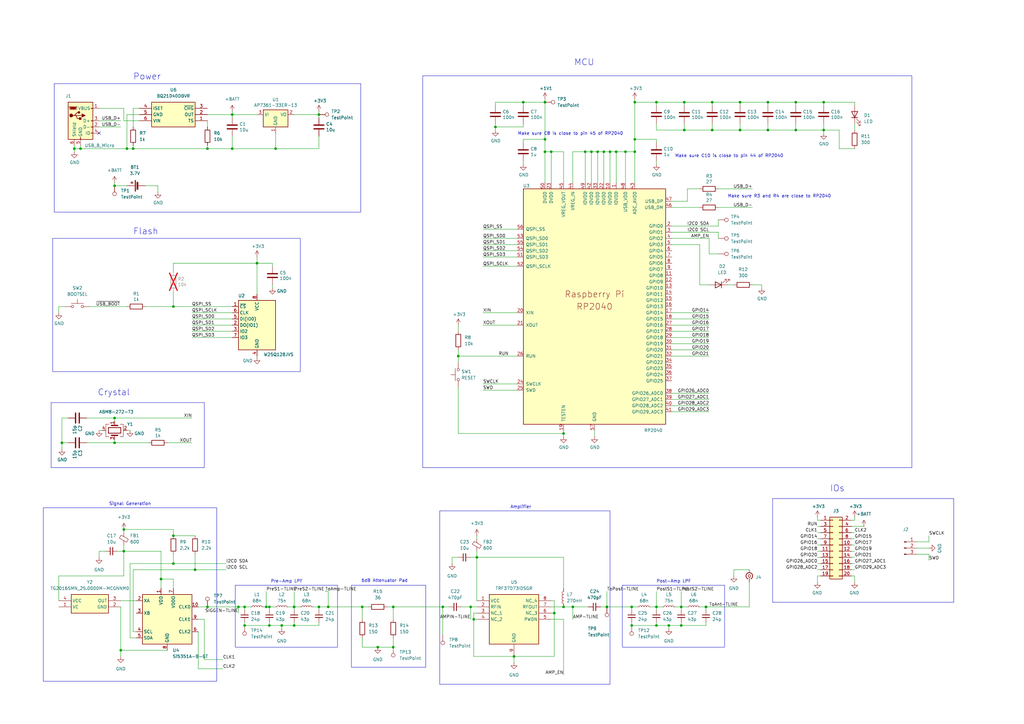
<source format=kicad_sch>
(kicad_sch (version 20231120) (generator "eeschema") (generator_version "8.0")
  (paper "A3")
  (title_block (title "PicoFox - RP2040 Minimal") (date "2025-06-09") (rev "REV2") (company "AI6YM.radio"))
  (junction (at 247.65 62.23))
  (junction (at 245.11 62.23))
  (junction (at 85.09 248.92))
  (junction (at 269.24 248.92))
  (junction (at 279.4 248.92))
  (junction (at 100.33 248.92))
  (junction (at 227.33 251.46))
  (junction (at 231.14 177.8))
  (junction (at 337.82 41.91))
  (junction (at 105.41 107.95))
  (junction (at 223.52 57.15))
  (junction (at 260.35 57.15))
  (junction (at 214.63 41.91))
  (junction (at 97.79 248.92))
  (junction (at 269.24 41.91))
  (junction (at 113.03 60.96))
  (junction (at 292.1 53.34))
  (junction (at 46.99 76.2))
  (junction (at 259.08 248.92))
  (junction (at 303.53 41.91))
  (junction (at 110.49 256.54))
  (junction (at 49.53 266.7))
  (junction (at 292.1 41.91))
  (junction (at 223.52 62.23))
  (junction (at 46.99 171.45))
  (junction (at 210.82 269.24))
  (junction (at 181.61 248.92))
  (junction (at 279.4 256.54))
  (junction (at 226.06 62.23))
  (junction (at 80.01 233.68))
  (junction (at 250.19 62.23))
  (junction (at 203.2 52.07))
  (junction (at 130.81 46.99))
  (junction (at 326.39 41.91))
  (junction (at 269.24 256.54))
  (junction (at 337.82 53.34))
  (junction (at 100.33 256.54))
  (junction (at 289.56 248.92))
  (junction (at 71.12 231.14))
  (junction (at 303.53 53.34))
  (junction (at 187.96 146.05))
  (junction (at 50.8 226.06))
  (junction (at 110.49 248.92))
  (junction (at 54.61 60.96))
  (junction (at 120.65 256.54))
  (junction (at 161.29 248.92))
  (junction (at 30.48 60.96))
  (junction (at 154.94 265.43))
  (junction (at 223.52 41.91))
  (junction (at 95.25 60.96))
  (junction (at 95.25 46.99))
  (junction (at 248.92 248.92))
  (junction (at 194.31 254))
  (junction (at 130.81 248.92))
  (junction (at 161.29 265.43))
  (junction (at 280.67 53.34))
  (junction (at 314.96 53.34))
  (junction (at 50.8 217.17))
  (junction (at 195.58 228.6))
  (junction (at 115.57 256.54))
  (junction (at 193.04 248.92))
  (junction (at 25.4 181.61))
  (junction (at 33.02 60.96))
  (junction (at 71.12 219.71))
  (junction (at 66.04 237.49))
  (junction (at 252.73 62.23))
  (junction (at 260.35 62.23))
  (junction (at 71.12 125.73))
  (junction (at 52.07 60.96))
  (junction (at 85.09 60.96))
  (junction (at 134.62 248.92))
  (junction (at 274.32 256.54))
  (junction (at 231.14 248.92))
  (junction (at 46.99 181.61))
  (junction (at 120.65 248.92))
  (junction (at 259.08 256.54))
  (junction (at 242.57 62.23))
  (junction (at 260.35 41.91))
  (junction (at 109.22 248.92))
  (junction (at 148.59 248.92))
  (junction (at 240.03 62.23))
  (junction (at 314.96 41.91))
  (junction (at 326.39 53.34))
  (junction (at 256.54 62.23))
  (junction (at 280.67 41.91))
  (junction (at 234.95 248.92))
  (no_connect (at 40.64 54.61))
  (wire (pts (xy 52.07 76.2) (xy 46.99 76.2)))
  (wire (pts (xy 223.52 62.23) (xy 223.52 74.93)))
  (wire (pts (xy 203.2 52.07) (xy 214.63 52.07)))
  (wire (pts (xy 55.88 259.08) (xy 54.61 259.08)))
  (wire (pts (xy 27.94 181.61) (xy 25.4 181.61)))
  (wire (pts (xy 281.94 77.47) (xy 281.94 82.55)))
  (wire (pts (xy 100.33 248.92) (xy 102.87 248.92)))
  (wire (pts (xy 307.34 233.68) (xy 300.99 233.68)))
  (wire (pts (xy 287.02 100.33) (xy 287.02 116.84)))
  (wire (pts (xy 66.04 226.06) (xy 50.8 226.06)))
  (wire (pts (xy 226.06 248.92) (xy 231.14 248.92)))
  (wire (pts (xy 292.1 41.91) (xy 303.53 41.91)))
  (wire (pts (xy 350.52 218.44) (xy 349.25 218.44)))
  (wire (pts (xy 252.73 62.23) (xy 256.54 62.23)))
  (wire (pts (xy 115.57 256.54) (xy 120.65 256.54)))
  (wire (pts (xy 71.12 227.33) (xy 71.12 231.14)))
  (wire (pts (xy 25.4 171.45) (xy 25.4 181.61)))
  (wire (pts (xy 95.25 138.43) (xy 78.74 138.43)))
  (wire (pts (xy 85.09 59.69) (xy 85.09 60.96)))
  (wire (pts (xy 266.7 248.92) (xy 269.24 248.92)))
  (wire (pts (xy 187.96 133.35) (xy 187.96 135.89)))
  (wire (pts (xy 292.1 43.18) (xy 292.1 41.91)))
  (wire (pts (xy 294.64 104.14) (xy 290.83 104.14)))
  (wire (pts (xy 223.52 40.64) (xy 223.52 41.91)))
  (wire (pts (xy 83.82 270.51) (xy 91.44 270.51)))
  (wire (pts (xy 120.65 248.92) (xy 120.65 250.19)))
  (wire (pts (xy 227.33 246.38) (xy 227.33 251.46)))
  (wire (pts (xy 231.14 228.6) (xy 195.58 228.6)))
  (wire (pts (xy 105.41 105.41) (xy 105.41 107.95)))
  (wire (pts (xy 349.25 220.98) (xy 350.52 220.98)))
  (wire (pts (xy 312.42 116.84) (xy 312.42 118.11)))
  (wire (pts (xy 95.25 55.88) (xy 95.25 60.96)))
  (wire (pts (xy 248.92 248.92) (xy 259.08 248.92)))
  (wire (pts (xy 274.32 256.54) (xy 279.4 256.54)))
  (wire (pts (xy 240.03 62.23) (xy 242.57 62.23)))
  (wire (pts (xy 298.45 116.84) (xy 300.99 116.84)))
  (wire (pts (xy 294.64 90.17) (xy 294.64 92.71)))
  (wire (pts (xy 275.59 85.09) (xy 287.02 85.09)))
  (wire (pts (xy 195.58 251.46) (xy 194.31 251.46)))
  (wire (pts (xy 350.52 238.76) (xy 350.52 236.22)))
  (wire (pts (xy 120.65 256.54) (xy 120.65 255.27)))
  (wire (pts (xy 81.28 274.32) (xy 91.44 274.32)))
  (wire (pts (xy 81.28 248.92) (xy 85.09 248.92)))
  (wire (pts (xy 335.28 213.36) (xy 336.55 213.36)))
  (wire (pts (xy 78.74 128.27) (xy 95.25 128.27)))
  (wire (pts (xy 48.26 226.06) (xy 50.8 226.06)))
  (wire (pts (xy 161.29 248.92) (xy 158.75 248.92)))
  (wire (pts (xy 187.96 177.8) (xy 231.14 177.8)))
  (wire (pts (xy 294.64 77.47) (xy 308.61 77.47)))
  (wire (pts (xy 80.01 233.68) (xy 92.71 233.68)))
  (wire (pts (xy 231.14 74.93) (xy 231.14 62.23)))
  (wire (pts (xy 57.15 44.45) (xy 54.61 44.45)))
  (wire (pts (xy 71.12 231.14) (xy 92.71 231.14)))
  (wire (pts (xy 50.8 236.22) (xy 50.8 226.06)))
  (wire (pts (xy 292.1 50.8) (xy 292.1 53.34)))
  (wire (pts (xy 194.31 254) (xy 194.31 269.24)))
  (wire (pts (xy 52.07 60.96) (xy 54.61 60.96)))
  (wire (pts (xy 275.59 97.79) (xy 290.83 97.79)))
  (wire (pts (xy 294.64 97.79) (xy 294.64 95.25)))
  (wire (pts (xy 95.25 48.26) (xy 95.25 46.99)))
  (wire (pts (xy 223.52 57.15) (xy 223.52 62.23)))
  (wire (pts (xy 381 227.33) (xy 381 229.87)))
  (wire (pts (xy 36.83 125.73) (xy 52.07 125.73)))
  (wire (pts (xy 226.06 246.38) (xy 227.33 246.38)))
  (wire (pts (xy 234.95 62.23) (xy 240.03 62.23)))
  (wire (pts (xy 203.2 41.91) (xy 214.63 41.91)))
  (wire (pts (xy 50.8 226.06) (xy 50.8 223.52)))
  (wire (pts (xy 275.59 166.37) (xy 290.83 166.37)))
  (wire (pts (xy 71.12 119.38) (xy 71.12 125.73)))
  (wire (pts (xy 287.02 116.84) (xy 290.83 116.84)))
  (wire (pts (xy 198.12 133.35) (xy 212.09 133.35)))
  (wire (pts (xy 203.2 50.8) (xy 203.2 52.07)))
  (wire (pts (xy 26.67 125.73) (xy 24.13 125.73)))
  (wire (pts (xy 148.59 248.92) (xy 151.13 248.92)))
  (wire (pts (xy 198.12 105.41) (xy 212.09 105.41)))
  (wire (pts (xy 181.61 248.92) (xy 184.15 248.92)))
  (wire (pts (xy 349.25 226.06) (xy 350.52 226.06)))
  (wire (pts (xy 300.99 233.68) (xy 300.99 236.22)))
  (wire (pts (xy 25.4 181.61) (xy 25.4 184.15)))
  (wire (pts (xy 130.81 48.26) (xy 130.81 46.99)))
  (wire (pts (xy 260.35 62.23) (xy 260.35 74.93)))
  (wire (pts (xy 214.63 41.91) (xy 223.52 41.91)))
  (wire (pts (xy 57.15 46.99) (xy 52.07 46.99)))
  (wire (pts (xy 260.35 57.15) (xy 269.24 57.15)))
  (wire (pts (xy 49.53 266.7) (xy 49.53 269.24)))
  (wire (pts (xy 105.41 146.685) (xy 105.41 146.05)))
  (wire (pts (xy 24.13 246.38) (xy 24.13 236.22)))
  (wire (pts (xy 344.17 53.34) (xy 337.82 53.34)))
  (wire (pts (xy 350.52 60.96) (xy 344.17 60.96)))
  (wire (pts (xy 245.11 74.93) (xy 245.11 62.23)))
  (wire (pts (xy 187.96 158.75) (xy 187.96 177.8)))
  (wire (pts (xy 161.29 265.43) (xy 154.94 265.43)))
  (wire (pts (xy 279.4 242.57) (xy 279.4 248.92)))
  (wire (pts (xy 130.81 248.92) (xy 134.62 248.92)))
  (wire (pts (xy 40.64 49.53) (xy 49.53 49.53)))
  (wire (pts (xy 46.99 181.61) (xy 60.96 181.61)))
  (wire (pts (xy 223.52 41.91) (xy 223.52 57.15)))
  (wire (pts (xy 256.54 62.23) (xy 260.35 62.23)))
  (wire (pts (xy 294.64 92.71) (xy 275.59 92.71)))
  (wire (pts (xy 120.65 256.54) (xy 130.81 256.54)))
  (wire (pts (xy 198.12 100.33) (xy 212.09 100.33)))
  (wire (pts (xy 375.92 222.25) (xy 381 222.25)))
  (wire (pts (xy 128.27 248.92) (xy 130.81 248.92)))
  (wire (pts (xy 335.28 236.22) (xy 336.55 236.22)))
  (wire (pts (xy 269.24 242.57) (xy 269.24 248.92)))
  (wire (pts (xy 375.92 227.33) (xy 381 227.33)))
  (wire (pts (xy 314.96 43.18) (xy 314.96 41.91)))
  (wire (pts (xy 246.38 248.92) (xy 248.92 248.92)))
  (wire (pts (xy 269.24 256.54) (xy 269.24 255.27)))
  (wire (pts (xy 242.57 62.23) (xy 245.11 62.23)))
  (wire (pts (xy 95.25 133.35) (xy 78.74 133.35)))
  (wire (pts (xy 49.53 246.38) (xy 55.88 246.38)))
  (wire (pts (xy 71.12 217.17) (xy 50.8 217.17)))
  (wire (pts (xy 97.79 248.92) (xy 100.33 248.92)))
  (wire (pts (xy 161.29 254) (xy 161.29 248.92)))
  (wire (pts (xy 110.49 248.92) (xy 113.03 248.92)))
  (wire (pts (xy 349.25 231.14) (xy 350.52 231.14)))
  (wire (pts (xy 269.24 43.18) (xy 269.24 41.91)))
  (wire (pts (xy 336.55 223.52) (xy 335.28 223.52)))
  (wire (pts (xy 260.35 41.91) (xy 269.24 41.91)))
  (wire (pts (xy 111.76 107.95) (xy 105.41 107.95)))
  (wire (pts (xy 252.73 62.23) (xy 252.73 74.93)))
  (wire (pts (xy 35.56 171.45) (xy 46.99 171.45)))
  (wire (pts (xy 242.57 74.93) (xy 242.57 62.23)))
  (wire (pts (xy 195.58 228.6) (xy 195.58 246.38)))
  (wire (pts (xy 33.02 59.69) (xy 33.02 60.96)))
  (wire (pts (xy 54.61 59.69) (xy 54.61 60.96)))
  (wire (pts (xy 275.59 82.55) (xy 281.94 82.55)))
  (wire (pts (xy 335.28 218.44) (xy 336.55 218.44)))
  (wire (pts (xy 115.57 257.81) (xy 115.57 256.54)))
  (wire (pts (xy 40.64 226.06) (xy 43.18 226.06)))
  (wire (pts (xy 231.14 177.8) (xy 231.14 179.07)))
  (wire (pts (xy 260.35 41.91) (xy 260.35 57.15)))
  (wire (pts (xy 97.79 248.92) (xy 97.79 251.46)))
  (wire (pts (xy 24.13 125.73) (xy 24.13 128.27)))
  (wire (pts (xy 113.03 54.61) (xy 113.03 60.96)))
  (wire (pts (xy 290.83 104.14) (xy 290.83 97.79)))
  (wire (pts (xy 212.09 93.98) (xy 198.12 93.98)))
  (wire (pts (xy 314.96 41.91) (xy 326.39 41.91)))
  (wire (pts (xy 337.82 50.8) (xy 337.82 53.34)))
  (wire (pts (xy 66.04 241.3) (xy 66.04 237.49)))
  (wire (pts (xy 279.4 248.92) (xy 279.4 250.19)))
  (wire (pts (xy 120.65 46.99) (xy 130.81 46.99)))
  (wire (pts (xy 148.59 265.43) (xy 154.94 265.43)))
  (wire (pts (xy 193.04 248.92) (xy 195.58 248.92)))
  (wire (pts (xy 214.63 52.07) (xy 214.63 50.8)))
  (wire (pts (xy 336.55 231.14) (xy 335.28 231.14)))
  (wire (pts (xy 280.67 43.18) (xy 280.67 41.91)))
  (wire (pts (xy 308.61 116.84) (xy 312.42 116.84)))
  (wire (pts (xy 280.67 53.34) (xy 269.24 53.34)))
  (wire (pts (xy 275.59 161.29) (xy 290.83 161.29)))
  (wire (pts (xy 349.25 228.6) (xy 350.52 228.6)))
  (wire (pts (xy 349.25 223.52) (xy 350.52 223.52)))
  (wire (pts (xy 260.35 57.15) (xy 260.35 62.23)))
  (wire (pts (xy 194.31 251.46) (xy 194.31 254)))
  (wire (pts (xy 260.35 40.64) (xy 260.35 41.91)))
  (wire (pts (xy 113.03 60.96) (xy 95.25 60.96)))
  (wire (pts (xy 50.8 217.17) (xy 50.8 218.44)))
  (wire (pts (xy 46.99 172.72) (xy 46.99 171.45)))
  (wire (pts (xy 50.8 44.45) (xy 50.8 49.53)))
  (wire (pts (xy 214.63 58.42) (xy 214.63 57.15)))
  (wire (pts (xy 187.96 146.05) (xy 187.96 143.51)))
  (wire (pts (xy 95.25 135.89) (xy 78.74 135.89)))
  (wire (pts (xy 107.95 248.92) (xy 109.22 248.92)))
  (wire (pts (xy 54.61 233.68) (xy 80.01 233.68)))
  (wire (pts (xy 280.67 41.91) (xy 292.1 41.91)))
  (wire (pts (xy 110.49 256.54) (xy 110.49 255.27)))
  (wire (pts (xy 226.06 251.46) (xy 227.33 251.46)))
  (wire (pts (xy 274.32 257.81) (xy 274.32 256.54)))
  (wire (pts (xy 227.33 269.24) (xy 210.82 269.24)))
  (wire (pts (xy 59.69 125.73) (xy 71.12 125.73)))
  (wire (pts (xy 181.61 260.35) (xy 181.61 248.92)))
  (wire (pts (xy 287.02 248.92) (xy 289.56 248.92)))
  (wire (pts (xy 279.4 256.54) (xy 289.56 256.54)))
  (wire (pts (xy 109.22 248.92) (xy 110.49 248.92)))
  (wire (pts (xy 335.28 236.22) (xy 335.28 238.76)))
  (wire (pts (xy 30.48 59.69) (xy 30.48 60.96)))
  (wire (pts (xy 30.48 60.96) (xy 33.02 60.96)))
  (wire (pts (xy 275.59 168.91) (xy 290.83 168.91)))
  (wire (pts (xy 234.95 248.92) (xy 241.3 248.92)))
  (wire (pts (xy 85.09 49.53) (xy 85.09 52.07)))
  (wire (pts (xy 350.52 43.18) (xy 350.52 41.91)))
  (wire (pts (xy 194.31 269.24) (xy 210.82 269.24)))
  (wire (pts (xy 280.67 50.8) (xy 280.67 53.34)))
  (wire (pts (xy 226.06 74.93) (xy 226.06 62.23)))
  (wire (pts (xy 275.59 130.81) (xy 290.83 130.81)))
  (wire (pts (xy 375.92 224.79) (xy 381 224.79)))
  (wire (pts (xy 133.35 242.57) (xy 134.62 242.57)))
  (wire (pts (xy 326.39 53.34) (xy 337.82 53.34)))
  (wire (pts (xy 46.99 180.34) (xy 46.99 181.61)))
  (wire (pts (xy 100.33 250.19) (xy 100.33 248.92)))
  (wire (pts (xy 80.01 227.33) (xy 80.01 233.68)))
  (wire (pts (xy 294.64 95.25) (xy 275.59 95.25)))
  (wire (pts (xy 66.04 237.49) (xy 66.04 226.06)))
  (wire (pts (xy 105.41 46.99) (xy 95.25 46.99)))
  (wire (pts (xy 71.12 237.49) (xy 66.04 237.49)))
  (wire (pts (xy 314.96 50.8) (xy 314.96 53.34)))
  (wire (pts (xy 227.33 251.46) (xy 227.33 269.24)))
  (wire (pts (xy 52.07 46.99) (xy 52.07 60.96)))
  (wire (pts (xy 349.25 236.22) (xy 350.52 236.22)))
  (wire (pts (xy 134.62 242.57) (xy 134.62 248.92)))
  (wire (pts (xy 100.33 256.54) (xy 100.33 255.27)))
  (wire (pts (xy 54.61 259.08) (xy 54.61 233.68)))
  (wire (pts (xy 269.24 41.91) (xy 280.67 41.91)))
  (wire (pts (xy 27.94 171.45) (xy 25.4 171.45)))
  (wire (pts (xy 269.24 66.04) (xy 269.24 67.31)))
  (wire (pts (xy 336.55 226.06) (xy 335.28 226.06)))
  (wire (pts (xy 250.19 74.93) (xy 250.19 62.23)))
  (wire (pts (xy 59.69 76.2) (xy 64.77 76.2)))
  (wire (pts (xy 336.55 233.68) (xy 335.28 233.68)))
  (wire (pts (xy 381 222.25) (xy 381 219.71)))
  (wire (pts (xy 336.55 220.98) (xy 335.28 220.98)))
  (wire (pts (xy 231.14 248.92) (xy 234.95 248.92)))
  (wire (pts (xy 185.42 231.14) (xy 185.42 228.6)))
  (wire (pts (xy 46.99 76.2) (xy 46.99 74.93)))
  (wire (pts (xy 55.88 261.62) (xy 53.34 261.62)))
  (wire (pts (xy 54.61 60.96) (xy 85.09 60.96)))
  (wire (pts (xy 289.56 248.92) (xy 289.56 250.19)))
  (wire (pts (xy 49.53 248.92) (xy 49.53 266.7)))
  (wire (pts (xy 337.82 43.18) (xy 337.82 41.91)))
  (wire (pts (xy 212.09 160.02) (xy 198.12 160.02)))
  (wire (pts (xy 245.11 62.23) (xy 247.65 62.23)))
  (wire (pts (xy 110.49 248.92) (xy 110.49 250.19)))
  (wire (pts (xy 337.82 53.34) (xy 337.82 54.61)))
  (wire (pts (xy 275.59 138.43) (xy 290.83 138.43)))
  (wire (pts (xy 120.65 248.92) (xy 123.19 248.92)))
  (wire (pts (xy 212.09 109.22) (xy 198.12 109.22)))
  (wire (pts (xy 243.84 176.53) (xy 243.84 179.07)))
  (wire (pts (xy 259.08 250.19) (xy 259.08 248.92)))
  (wire (pts (xy 350.52 213.36) (xy 350.52 212.09)))
  (wire (pts (xy 40.64 228.6) (xy 40.64 226.06)))
  (wire (pts (xy 53.34 261.62) (xy 53.34 231.14)))
  (wire (pts (xy 130.81 60.96) (xy 113.03 60.96)))
  (wire (pts (xy 214.63 57.15) (xy 223.52 57.15)))
  (wire (pts (xy 134.62 248.92) (xy 148.59 248.92)))
  (wire (pts (xy 95.25 130.81) (xy 78.74 130.81)))
  (wire (pts (xy 292.1 53.34) (xy 280.67 53.34)))
  (wire (pts (xy 269.24 50.8) (xy 269.24 53.34)))
  (wire (pts (xy 71.12 219.71) (xy 80.01 219.71)))
  (wire (pts (xy 185.42 228.6) (xy 187.96 228.6)))
  (wire (pts (xy 187.96 146.05) (xy 187.96 148.59)))
  (wire (pts (xy 349.25 215.9) (xy 354.33 215.9)))
  (wire (pts (xy 231.14 176.53) (xy 231.14 177.8)))
  (wire (pts (xy 275.59 100.33) (xy 287.02 100.33)))
  (wire (pts (xy 276.86 248.92) (xy 279.4 248.92)))
  (wire (pts (xy 275.59 140.97) (xy 290.83 140.97)))
  (wire (pts (xy 279.4 248.92) (xy 281.94 248.92)))
  (wire (pts (xy 349.25 233.68) (xy 350.52 233.68)))
  (wire (pts (xy 248.92 242.57) (xy 248.92 248.92)))
  (wire (pts (xy 231.14 247.65) (xy 231.14 248.92)))
  (wire (pts (xy 161.29 261.62) (xy 161.29 265.43)))
  (wire (pts (xy 100.33 256.54) (xy 110.49 256.54)))
  (wire (pts (xy 275.59 128.27) (xy 290.83 128.27)))
  (wire (pts (xy 110.49 256.54) (xy 115.57 256.54)))
  (wire (pts (xy 275.59 146.05) (xy 290.83 146.05)))
  (wire (pts (xy 118.11 248.92) (xy 120.65 248.92)))
  (wire (pts (xy 161.29 248.92) (xy 181.61 248.92)))
  (wire (pts (xy 279.4 256.54) (xy 279.4 255.27)))
  (wire (pts (xy 54.61 44.45) (xy 54.61 52.07)))
  (wire (pts (xy 226.06 62.23) (xy 223.52 62.23)))
  (wire (pts (xy 294.64 85.09) (xy 308.61 85.09)))
  (wire (pts (xy 326.39 53.34) (xy 314.96 53.34)))
  (wire (pts (xy 148.59 261.62) (xy 148.59 265.43)))
  (wire (pts (xy 198.12 97.79) (xy 212.09 97.79)))
  (wire (pts (xy 193.04 248.92) (xy 193.04 254)))
  (wire (pts (xy 335.28 213.36) (xy 335.28 212.09)))
  (wire (pts (xy 247.65 62.23) (xy 250.19 62.23)))
  (wire (pts (xy 130.81 256.54) (xy 130.81 255.27)))
  (wire (pts (xy 52.07 176.53) (xy 53.34 176.53)))
  (wire (pts (xy 194.31 254) (xy 195.58 254)))
  (wire (pts (xy 210.82 269.24) (xy 210.82 271.78)))
  (wire (pts (xy 203.2 43.18) (xy 203.2 41.91)))
  (wire (pts (xy 281.94 77.47) (xy 287.02 77.47)))
  (wire (pts (xy 95.25 45.72) (xy 95.25 46.99)))
  (wire (pts (xy 111.76 116.84) (xy 111.76 118.11)))
  (wire (pts (xy 203.2 52.07) (xy 203.2 53.34)))
  (wire (pts (xy 326.39 50.8) (xy 326.39 53.34)))
  (wire (pts (xy 269.24 248.92) (xy 271.78 248.92)))
  (wire (pts (xy 198.12 128.27) (xy 212.09 128.27)))
  (wire (pts (xy 120.65 242.57) (xy 120.65 248.92)))
  (wire (pts (xy 68.58 181.61) (xy 78.74 181.61)))
  (wire (pts (xy 259.08 256.54) (xy 259.08 255.27)))
  (wire (pts (xy 289.56 256.54) (xy 289.56 255.27)))
  (wire (pts (xy 303.53 41.91) (xy 314.96 41.91)))
  (wire (pts (xy 336.55 228.6) (xy 335.28 228.6)))
  (wire (pts (xy 81.28 259.08) (xy 81.28 274.32)))
  (wire (pts (xy 81.28 254) (xy 83.82 254)))
  (wire (pts (xy 234.95 254) (xy 234.95 248.92)))
  (wire (pts (xy 269.24 58.42) (xy 269.24 57.15)))
  (wire (pts (xy 269.24 256.54) (xy 274.32 256.54)))
  (wire (pts (xy 35.56 181.61) (xy 46.99 181.61)))
  (wire (pts (xy 85.09 248.92) (xy 97.79 248.92)))
  (wire (pts (xy 289.56 248.92) (xy 307.34 248.92)))
  (wire (pts (xy 198.12 102.87) (xy 212.09 102.87)))
  (wire (pts (xy 85.09 46.99) (xy 95.25 46.99)))
  (wire (pts (xy 275.59 133.35) (xy 290.83 133.35)))
  (wire (pts (xy 71.12 241.3) (xy 71.12 237.49)))
  (wire (pts (xy 195.58 228.6) (xy 195.58 226.06)))
  (wire (pts (xy 303.53 53.34) (xy 292.1 53.34)))
  (wire (pts (xy 189.23 248.92) (xy 193.04 248.92)))
  (wire (pts (xy 344.17 60.96) (xy 344.17 53.34)))
  (wire (pts (xy 275.59 135.89) (xy 290.83 135.89)))
  (wire (pts (xy 83.82 254) (xy 83.82 270.51)))
  (wire (pts (xy 111.76 109.22) (xy 111.76 107.95)))
  (wire (pts (xy 314.96 53.34) (xy 303.53 53.34)))
  (wire (pts (xy 231.14 276.86) (xy 231.14 254)))
  (wire (pts (xy 350.52 41.91) (xy 337.82 41.91)))
  (wire (pts (xy 148.59 254) (xy 148.59 248.92)))
  (wire (pts (xy 250.19 62.23) (xy 252.73 62.23)))
  (wire (pts (xy 71.12 125.73) (xy 95.25 125.73)))
  (wire (pts (xy 259.08 256.54) (xy 269.24 256.54)))
  (wire (pts (xy 49.53 266.7) (xy 68.58 266.7)))
  (wire (pts (xy 240.03 74.93) (xy 240.03 62.23)))
  (wire (pts (xy 40.64 44.45) (xy 50.8 44.45)))
  (wire (pts (xy 95.25 60.96) (xy 85.09 60.96)))
  (wire (pts (xy 336.55 215.9) (xy 335.28 215.9)))
  (wire (pts (xy 50.8 49.53) (xy 57.15 49.53)))
  (wire (pts (xy 269.24 248.92) (xy 269.24 250.19)))
  (wire (pts (xy 259.08 248.92) (xy 261.62 248.92)))
  (wire (pts (xy 247.65 74.93) (xy 247.65 62.23)))
  (wire (pts (xy 214.63 43.18) (xy 214.63 41.91)))
  (wire (pts (xy 46.99 171.45) (xy 78.74 171.45)))
  (wire (pts (xy 231.14 254) (xy 226.06 254)))
  (wire (pts (xy 231.14 62.23) (xy 226.06 62.23)))
  (wire (pts (xy 326.39 41.91) (xy 337.82 41.91)))
  (wire (pts (xy 187.96 146.05) (xy 212.09 146.05)))
  (wire (pts (xy 53.34 231.14) (xy 71.12 231.14)))
  (wire (pts (xy 40.64 176.53) (xy 41.91 176.53)))
  (wire (pts (xy 64.77 76.2) (xy 64.77 78.74)))
  (wire (pts (xy 326.39 43.18) (xy 326.39 41.91)))
  (wire (pts (xy 195.58 219.71) (xy 195.58 220.98)))
  (wire (pts (xy 303.53 50.8) (xy 303.53 53.34)))
  (wire (pts (xy 275.59 143.51) (xy 290.83 143.51)))
  (wire (pts (xy 231.14 242.57) (xy 231.14 228.6)))
  (wire (pts (xy 33.02 60.96) (xy 52.07 60.96)))
  (wire (pts (xy 256.54 74.93) (xy 256.54 62.23)))
  (wire (pts (xy 303.53 43.18) (xy 303.53 41.91)))
  (wire (pts (xy 212.09 157.48) (xy 198.12 157.48)))
  (wire (pts (xy 234.95 74.93) (xy 234.95 62.23)))
  (wire (pts (xy 214.63 66.04) (xy 214.63 67.31)))
  (wire (pts (xy 130.81 55.88) (xy 130.81 60.96)))
  (wire (pts (xy 307.34 238.76) (xy 307.34 248.92)))
  (wire (pts (xy 350.52 213.36) (xy 349.25 213.36)))
  (wire (pts (xy 30.48 60.96) (xy 30.48 62.23)))
  (wire (pts (xy 71.12 107.95) (xy 71.12 111.76)))
  (wire (pts (xy 71.12 107.95) (xy 105.41 107.95)))
  (wire (pts (xy 130.81 46.99) (xy 130.81 45.72)))
  (wire (pts (xy 275.59 163.83) (xy 290.83 163.83)))
  (wire (pts (xy 130.81 248.92) (xy 130.81 250.19)))
  (wire (pts (xy 24.13 236.22) (xy 50.8 236.22)))
  (wire (pts (xy 40.64 52.07) (xy 49.53 52.07)))
  (wire (pts (xy 105.41 107.95) (xy 105.41 120.65)))
  (wire (pts (xy 193.04 228.6) (xy 195.58 228.6)))
  (wire (pts (xy 350.52 50.8) (xy 350.52 53.34)))
  (wire (pts (xy 109.22 242.57) (xy 109.22 248.92)))
  (wire (pts (xy 71.12 219.71) (xy 71.12 217.17)))
  (rectangle (start 180.34 209.55) (end 250.19 280.67))
  (rectangle (start 21.59 97.79) (end 123.19 152.4))
  (rectangle (start 255.27 240.03) (end 297.18 265.43))
  (rectangle (start 173.355 31.115) (end 374.015 191.77))
  (rectangle (start 144.145 240.03) (end 174.625 273.685))
  (rectangle (start 96.52 240.03) (end 138.43 265.43))
  (rectangle (start 17.78 208.28) (end 88.9 279.4))
  (rectangle (start 316.865 204.47) (end 391.16 247.015))
  (rectangle (start 20.955 165.1) (end 83.82 191.77))
  (rectangle (start 22.225 34.29) (end 147.955 86.995))
  (text "IOs" (at 340.36 201.93 0) (effects (font (size 2.54 2.54)) (justify left bottom)))
  (text "Power" (at 54.61 33.02 0) (effects (font (size 2.54 2.54)) (justify left bottom)))
  (text "Amplifier" (at 213.614 208.026 0) (effects (font (size 1.27 1.27))))
  (text "Make sure C8 is close to pin 45 of RP2040" (at 212.344 55.626 0) (effects (font (size 1.27 1.27)) (justify left bottom)))
  (text "Crystal" (at 40.005 162.56 0) (effects (font (size 2.54 2.54)) (justify left bottom)))
  (text "Pre-Amp LPF" (at 117.602 238.506 0) (effects (font (size 1.27 1.27))))
  (text "Make sure C10 is close to pin 44 of RP2040" (at 276.86 64.77 0) (effects (font (size 1.27 1.27)) (justify left bottom)))
  (text "Post-Amp LPF" (at 276.352 238.506 0) (effects (font (size 1.27 1.27))))
  (text "Signal Generation" (at 53.34 206.756 0) (effects (font (size 1.27 1.27))))
  (text "Make sure R3 and R4 are close to RP2040" (at 298.45 81.28 0) (effects (font (size 1.27 1.27)) (justify left bottom)))
  (text "Flash" (at 54.61 96.52 0) (effects (font (size 2.54 2.54)) (justify left bottom)))
  (text "6dB Attenuator Pad" (at 157.734 238.252 0) (effects (font (size 1.27 1.27))))
  (text "MCU" (at 235.458 27.178 0) (effects (font (size 2.54 2.54)) (justify left bottom)))
  (label "GPIO15" (at 350.52 220.98 0))
  (label "ToAmp-TLINE" (at 133.35 242.57 0))
  (label "USB_D-" (at 49.53 52.07 180))
  (label "CLK1" (at 335.28 218.44 180))
  (label "GPIO14" (at 290.83 128.27 180))
  (label "AMP_EN" (at 231.14 276.86 180))
  (label "QSPI_SS" (at 78.74 125.73 0))
  (label "GPIO18" (at 335.28 226.06 180))
  (label "QSPI_SD3" (at 78.74 138.43 0))
  (label "RUN" (at 204.47 146.05 0))
  (label "QSPI_SD2" (at 198.12 102.87 0))
  (label "USB_D-" (at 308.61 85.09 180))
  (label "GPIO26_ADC0" (at 335.28 231.14 180))
  (label "CLK2" (at 350.52 218.44 0))
  (label "GPIO29_ADC3" (at 290.83 168.91 180))
  (label "PostS2-TLINE" (at 279.4 242.57 0))
  (label "QSPI_SD1" (at 198.12 100.33 0))
  (label "SWCLK" (at 381 219.71 0))
  (label "USB_D+" (at 308.61 77.47 180))
  (label "AMP-TLINE" (at 234.95 254 0))
  (label "SWD" (at 198.12 160.02 0))
  (label "GPIO20" (at 290.83 143.51 180))
  (label "QSPI_SD1" (at 78.74 133.35 0))
  (label "ToPost-TLINE" (at 248.92 242.57 0))
  (label "GPIO17" (at 350.52 223.52 0))
  (label "QSPI_SD3" (at 198.12 105.41 0))
  (label "AMPIN-TLINE" (at 193.04 254 180))
  (label "GPIO18" (at 290.83 138.43 180))
  (label "GPIO19" (at 350.52 226.06 0))
  (label "CLK1" (at 91.44 270.51 0))
  (label "I2C0 SDA" (at 290.83 92.71 180))
  (label "RUN" (at 335.28 215.9 180))
  (label "GPIO21" (at 290.83 146.05 180))
  (label "GPIO27_ADC1" (at 290.83 163.83 180))
  (label "I2C0 SCL" (at 290.83 95.25 180))
  (label "USB_D+" (at 49.53 49.53 180))
  (label "GPIO14" (at 335.28 220.98 180))
  (label "XIN" (at 78.74 171.45 180))
  (label "GPIO16" (at 290.83 133.35 180))
  (label "GPIO15" (at 290.83 130.81 180))
  (label "SWCLK" (at 198.12 157.48 0))
  (label "GPIO29_ADC3" (at 350.52 233.68 0))
  (label "CLK2" (at 91.44 274.32 0))
  (label "QSPI_SCLK" (at 198.12 109.22 0))
  (label "I2C0 SCL" (at 92.71 233.68 0))
  (label "XOUT" (at 198.12 133.35 0))
  (label "XOUT" (at 78.74 181.61 180))
  (label "QSPI_SD0" (at 198.12 97.79 0))
  (label "PreS1-TLINE" (at 109.22 242.57 0))
  (label "ToAnt-TLINE" (at 290.83 248.92 0))
  (label "I2C0 SDA" (at 92.71 231.14 0))
  (label "GPIO27_ADC1" (at 350.52 231.14 0))
  (label "AMP_EN" (at 290.83 97.79 180))
  (label "GPIO19" (at 290.83 140.97 180))
  (label "GPIO20" (at 335.28 228.6 180))
  (label "QSPI_SS" (at 198.12 93.98 0))
  (label "SWD" (at 381 229.87 0))
  (label "QSPI_SD2" (at 78.74 135.89 0))
  (label "QSPI_SD0" (at 78.74 130.81 0))
  (label "PostS1-TLINE" (at 269.24 242.57 0))
  (label "SIGGEN-TLINE" (at 97.79 251.46 180))
  (label "GPIO21" (at 350.52 228.6 0))
  (label "QSPI_SCLK" (at 78.74 128.27 0))
  (label "GPIO16" (at 335.28 223.52 180))
  (label "GPIO28_ADC2" (at 335.28 233.68 180))
  (label "~{USB_BOOT}" (at 39.37 125.73 0))
  (label "GPIO26_ADC0" (at 290.83 161.29 180))
  (label "GPIO28_ADC2" (at 290.83 166.37 180))
  (label "GPIO17" (at 290.83 135.89 180))
  (label "PreS2-TLINE" (at 120.65 242.57 0))
  (label "XIN" (at 198.12 128.27 0))
  (symbol (lib_id "MCU_RaspberryPi_RP2040:RP2040") (at 243.84 125.73 0) (unit 1)
    (property "Reference" "U3" (at 215.9 76.2 0))
    (property "Value" "RP2040" (at 267.97 176.53 0))
    (property "Footprint" "RP2040_minimal:RP2040-QFN-56" (effects (hide yes)))
  )
  (symbol (lib_id "Memory_Flash:W25Q128JVS") (at 105.41 133.35 0) (unit 1)
    (property "Reference" "U2" (at 99.06 121.285 0))
    (property "Value" "W25Q128JVS" (at 114.3 145.415 0))
    (property "Footprint" "Package_SO:SOIC-8_5.23x5.23mm_P1.27mm" (effects (hide yes)))
    (property "Datasheet" "http://www.winbond.com/resource-files/w25q128jv_dtr%20revc%2003272018%20plus.pdf" (effects (hide yes)))
  )
  (symbol (lib_id "power:+3V3") (at 105.41 105.41 0) (unit 1)
    (property "Reference" "#PWR07" (effects (hide yes)))
    (property "Value" "+3V3" (at 105.791 101.0158 0))
  )
  (symbol (lib_id "power:GND") (at 105.41 146.685 0) (unit 1)
    (property "Reference" "#PWR08" (effects (hide yes)))
    (property "Value" "GND" (at 101.6 147.955 0))
  )
  (symbol (lib_id "Device:R") (at 71.12 115.57 0) (unit 1) (in_bom no) (dnp yes)
    (property "Reference" "R2" (at 72.898 114.4016 0) (effects (justify left)))
    (property "Value" "10k" (at 72.898 116.713 0) (effects (justify left)))
    (property "Footprint" "Resistor_SMD:R_0402_1005Metric" (effects (hide yes)))
  )
  (symbol (lib_id "Device:R") (at 55.88 125.73 270) (unit 1)
    (property "Reference" "R1" (at 55.88 120.4722 90))
    (property "Value" "1k" (at 55.88 122.7836 90))
    (property "Footprint" "Resistor_SMD:R_0402_1005Metric" (effects (hide yes)))
  )
  (symbol (lib_id "Device:C") (at 111.76 113.03 0) (unit 1)
    (property "Reference" "C5" (at 114.681 111.8616 0) (effects (justify left)))
    (property "Value" "100n" (at 114.681 114.173 0) (effects (justify left)))
    (property "Footprint" "Capacitor_SMD:C_0402_1005Metric" (effects (hide yes)))
  )
  (symbol (lib_id "power:GND") (at 111.76 118.11 0) (unit 1)
    (property "Reference" "#PWR011" (effects (hide yes)))
    (property "Value" "GND" (at 115.57 119.38 0))
  )
  (symbol (lib_id "Connector:USB_B_Micro") (at 33.02 49.53 0) (unit 1)
    (property "Reference" "J1" (at 29.21 39.37 0) (effects (justify right)))
    (property "Value" "USB_B_Micro" (at 46.99 59.69 0) (effects (justify right)))
    (property "Footprint" "RP2040_minimal:USB_Micro-B_Amphenol_10103594-0001LF_Horizontal_modified" (effects (hide yes)))
  )
  (symbol (lib_id "power:GND") (at 243.84 179.07 0) (unit 1)
    (property "Reference" "#PWR016" (effects (hide yes)))
    (property "Value" "GND" (at 243.967 183.4642 0))
  )
  (symbol (lib_id "power:GND") (at 231.14 179.07 0) (unit 1)
    (property "Reference" "#PWR015" (effects (hide yes)))
    (property "Value" "GND" (at 231.267 183.4642 0))
  )
  (symbol (lib_id "Device:R") (at 290.83 77.47 270) (unit 1)
    (property "Reference" "R3" (at 290.83 72.2122 90))
    (property "Value" "27" (at 290.83 74.5236 90))
    (property "Footprint" "Resistor_SMD:R_0402_1005Metric" (effects (hide yes)))
  )
  (symbol (lib_id "Device:R") (at 290.83 85.09 270) (unit 1)
    (property "Reference" "R4" (at 290.83 79.8322 90))
    (property "Value" "27" (at 290.83 82.1436 90))
    (property "Footprint" "Resistor_SMD:R_0402_1005Metric" (effects (hide yes)))
  )
  (symbol (lib_id "power:GND") (at 30.48 62.23 0) (unit 1)
    (property "Reference" "#PWR01" (effects (hide yes)))
    (property "Value" "GND" (at 30.607 66.6242 0))
  )
  (symbol (lib_id "power:GND") (at 350.52 238.76 0) (mirror y) (unit 1)
    (property "Reference" "#PWR020" (effects (hide yes)))
    (property "Value" "GND" (at 350.393 243.1542 0))
  )
  (symbol (lib_id "power:+3V3") (at 260.35 40.64 0) (unit 1)
    (property "Reference" "#PWR017" (effects (hide yes)))
    (property "Value" "+3V3" (at 260.731 36.2458 0))
  )
  (symbol (lib_id "power:+1V1") (at 223.52 40.64 0) (unit 1)
    (property "Reference" "#PWR014" (effects (hide yes)))
    (property "Value" "+1V1" (at 223.901 36.2458 0))
  )
  (symbol (lib_id "Device:C") (at 269.24 46.99 0) (unit 1)
    (property "Reference" "C9" (at 272.161 45.8216 0) (effects (justify left)))
    (property "Value" "100n" (at 272.161 48.133 0) (effects (justify left)))
    (property "Footprint" "Capacitor_SMD:C_0402_1005Metric" (effects (hide yes)))
  )
  (symbol (lib_id "Device:C") (at 280.67 46.99 0) (unit 1)
    (property "Reference" "C11" (at 283.591 45.8216 0) (effects (justify left)))
    (property "Value" "100n" (at 283.591 48.133 0) (effects (justify left)))
    (property "Footprint" "Capacitor_SMD:C_0402_1005Metric" (effects (hide yes)))
  )
  (symbol (lib_id "Device:C") (at 292.1 46.99 0) (unit 1)
    (property "Reference" "C12" (at 295.021 45.8216 0) (effects (justify left)))
    (property "Value" "100n" (at 295.021 48.133 0) (effects (justify left)))
    (property "Footprint" "Capacitor_SMD:C_0402_1005Metric" (effects (hide yes)))
  )
  (symbol (lib_id "Device:C") (at 303.53 46.99 0) (unit 1)
    (property "Reference" "C13" (at 306.451 45.8216 0) (effects (justify left)))
    (property "Value" "100n" (at 306.451 48.133 0) (effects (justify left)))
    (property "Footprint" "Capacitor_SMD:C_0402_1005Metric" (effects (hide yes)))
  )
  (symbol (lib_id "Device:C") (at 314.96 46.99 0) (unit 1)
    (property "Reference" "C14" (at 317.881 45.8216 0) (effects (justify left)))
    (property "Value" "100n" (at 317.881 48.133 0) (effects (justify left)))
    (property "Footprint" "Capacitor_SMD:C_0402_1005Metric" (effects (hide yes)))
  )
  (symbol (lib_id "Device:C") (at 326.39 46.99 0) (unit 1)
    (property "Reference" "C15" (at 329.311 45.8216 0) (effects (justify left)))
    (property "Value" "100n" (at 329.311 48.133 0) (effects (justify left)))
    (property "Footprint" "Capacitor_SMD:C_0402_1005Metric" (effects (hide yes)))
  )
  (symbol (lib_id "Device:C") (at 337.82 46.99 0) (unit 1)
    (property "Reference" "C16" (at 340.741 45.8216 0) (effects (justify left)))
    (property "Value" "100n" (at 340.741 48.133 0) (effects (justify left)))
    (property "Footprint" "Capacitor_SMD:C_0402_1005Metric" (effects (hide yes)))
  )
  (symbol (lib_id "Device:C") (at 203.2 46.99 0) (unit 1)
    (property "Reference" "C6" (at 206.121 45.8216 0) (effects (justify left)))
    (property "Value" "100n" (at 206.121 48.133 0) (effects (justify left)))
    (property "Footprint" "Capacitor_SMD:C_0402_1005Metric" (effects (hide yes)))
  )
  (symbol (lib_id "Device:C") (at 214.63 46.99 0) (unit 1)
    (property "Reference" "C7" (at 217.551 45.8216 0) (effects (justify left)))
    (property "Value" "100n" (at 217.551 48.133 0) (effects (justify left)))
    (property "Footprint" "Capacitor_SMD:C_0402_1005Metric" (effects (hide yes)))
  )
  (symbol (lib_id "Device:C") (at 214.63 62.23 0) (unit 1)
    (property "Reference" "C8" (at 217.551 61.0616 0) (effects (justify left)))
    (property "Value" "1u" (at 217.551 63.373 0) (effects (justify left)))
    (property "Footprint" "Capacitor_SMD:C_0402_1005Metric" (effects (hide yes)))
  )
  (symbol (lib_id "Device:C") (at 269.24 62.23 0) (unit 1)
    (property "Reference" "C10" (at 272.161 61.0616 0) (effects (justify left)))
    (property "Value" "1u" (at 272.161 63.373 0) (effects (justify left)))
    (property "Footprint" "Capacitor_SMD:C_0402_1005Metric" (effects (hide yes)))
  )
  (symbol (lib_id "power:GND") (at 337.82 54.61 0) (unit 1)
    (property "Reference" "#PWR023" (effects (hide yes)))
    (property "Value" "GND" (at 337.947 59.0042 0))
  )
  (symbol (lib_id "power:GND") (at 203.2 53.34 0) (unit 1)
    (property "Reference" "#PWR012" (effects (hide yes)))
    (property "Value" "GND" (at 203.327 57.7342 0))
  )
  (symbol (lib_id "power:GND") (at 214.63 67.31 0) (unit 1)
    (property "Reference" "#PWR013" (effects (hide yes)))
    (property "Value" "GND" (at 214.757 71.7042 0))
  )
  (symbol (lib_id "power:GND") (at 269.24 67.31 0) (unit 1)
    (property "Reference" "#PWR018" (effects (hide yes)))
    (property "Value" "GND" (at 269.367 71.7042 0))
  )
  (symbol (lib_id "Regulator_Linear:NCP1117-3.3_SOT223") (at 113.03 46.99 0) (unit 1)
    (property "Reference" "U1" (at 113.03 40.8432 0))
    (property "Value" "AP7361-33ER-13" (at 113.03 43.1546 0))
    (property "Footprint" "Package_TO_SOT_SMD:SOT-223-3_TabPin2" (effects (hide yes)))
    (property "Datasheet" "http://www.onsemi.com/pub_link/Collateral/NCP1117-D.PDF" (effects (hide yes)))
  )
  (symbol (lib_id "power:+3V3") (at 130.81 45.72 0) (unit 1)
    (property "Reference" "#PWR09" (effects (hide yes)))
    (property "Value" "+3V3" (at 131.191 41.3258 0))
  )
  (symbol (lib_id "Device:C") (at 95.25 52.07 0) (unit 1)
    (property "Reference" "C1" (at 98.171 50.9016 0) (effects (justify left)))
    (property "Value" "10u" (at 98.171 53.213 0) (effects (justify left)))
    (property "Footprint" "Capacitor_SMD:C_0402_1005Metric" (effects (hide yes)))
  )
  (symbol (lib_id "Device:C") (at 130.81 52.07 0) (unit 1)
    (property "Reference" "C4" (at 133.731 50.9016 0) (effects (justify left)))
    (property "Value" "10u" (at 133.731 53.213 0) (effects (justify left)))
    (property "Footprint" "Capacitor_SMD:C_0402_1005Metric" (effects (hide yes)))
  )
  (symbol (lib_id "power:GND") (at 335.28 238.76 0) (mirror y) (unit 1)
    (property "Reference" "#PWR021" (effects (hide yes)))
    (property "Value" "GND" (at 335.153 243.1542 0))
  )
  (symbol (lib_id "power:GND") (at 24.13 128.27 0) (unit 1)
    (property "Reference" "#PWR02" (effects (hide yes)))
    (property "Value" "GND" (at 24.257 132.6642 0))
  )
  (symbol (lib_id "power:+3V3") (at 350.52 212.09 0) (unit 1)
    (property "Reference" "#PWR019" (effects (hide yes)))
    (property "Value" "+3V3" (at 350.901 207.6958 0))
  )
  (symbol (lib_id "Device:L_Small") (at 284.48 248.92 90) (unit 1)
    (property "Reference" "L6" (at 284.48 243.84 90))
    (property "Value" "68n" (at 284.48 246.38 90))
    (property "Footprint" "Inductor_SMD:L_0402_1005Metric" (effects (hide yes)))
    (property "Description" "Inductor, small symbol" (effects (hide yes)))
  )
  (symbol (lib_id "Device:Battery_Cell") (at 57.15 76.2 90) (unit 1)
    (property "Reference" "BT1" (at 55.3085 68.58 90))
    (property "Value" "3.7V" (at 55.3085 71.12 90))
    (property "Footprint" "Connector_JST:JST_PH_B2B-PH-K_1x02_P2.00mm_Vertical" (effects (hide yes)))
    (property "Description" "Single-cell battery" (effects (hide yes)))
  )
  (symbol (lib_id "Connector:TestPoint") (at 130.81 46.99 270) (unit 1)
    (property "Reference" "TP2" (at 135.89 45.7199 90) (effects (justify left)))
    (property "Value" "TestPoint" (at 135.89 48.2599 90) (effects (justify left)))
    (property "Footprint" "TestPoint:TestPoint_Pad_D1.0mm" (effects (hide yes)))
    (property "Description" "test point" (effects (hide yes)))
  )
  (symbol (lib_id "power:GND") (at 300.99 236.22 0) (unit 1)
    (property "Reference" "#PWR36" (effects (hide yes)))
    (property "Value" "GND" (at 300.99 241.3 0))
    (property "Description" "Power symbol creates a global label with name \"GND\" , ground" (effects (hide yes)))
  )
  (symbol (lib_id "ai6ym:TG2016SMN_25.0000M-MCGNNM0") (at 24.13 246.38 0) (unit 1)
    (property "Reference" "Y2" (at 36.83 238.76 0))
    (property "Value" "TG2016SMN_25.0000M-MCGNNM0" (at 36.83 241.3 0))
    (property "Footprint" "AI6YM:TG2016SMN250000MMCGNNM0" (effects (hide yes)))
    (property "Datasheet" "https://www.mouser.in/datasheet/2/137/TG2016SMN_en-2584166.pdf" (effects (hide yes)))
    (property "Description" "TCXO Oscillators TG2016SMN 25.0000M-MCGNNM0: TCXO 2.8V 3.3V 0.5PPM -40 85C NON O/E 1K TR" (effects (hide yes)))
    (property "Height" "0.73" (effects (hide yes)))
    (property "Mouser Part Number" "732-2016SMN25MCGNNM0" (effects (hide yes)))
    (property "Mouser Price/Stock" "https://www.mouser.co.uk/ProductDetail/Epson-Timing/TG2016SMN-25.0000M-MCGNNM0?qs=4qgZ1GHix0WELUE%2FzVnl%252Bg%3D%3D" (effects (hide yes)))
    (property "Manufacturer_Name" "Epson Timing" (effects (hide yes)))
    (property "Manufacturer_Part_Number" "TG2016SMN 25.0000M-MCGNNM0" (effects (hide yes)))
  )
  (symbol (lib_id "Connector:TestPoint") (at 294.64 97.79 270) (unit 1)
    (property "Reference" "TP5" (at 299.72 96.5199 90) (effects (justify left)))
    (property "Value" "TestPoint" (at 299.72 99.0599 90) (effects (justify left)))
    (property "Footprint" "TestPoint:TestPoint_Pad_D1.0mm" (effects (hide yes)))
    (property "Description" "test point" (effects (hide yes)))
  )
  (symbol (lib_id "Device:L_Small") (at 264.16 248.92 90) (unit 1)
    (property "Reference" "L4" (at 264.16 243.84 90))
    (property "Value" "68n" (at 264.16 246.38 90))
    (property "Footprint" "Inductor_SMD:L_0402_1005Metric" (effects (hide yes)))
    (property "Description" "Inductor, small symbol" (effects (hide yes)))
  )
  (symbol (lib_id "Device:R") (at 80.01 223.52 180) (unit 1)
    (property "Reference" "R10" (at 82.55 222.2499 0) (effects (justify right)))
    (property "Value" "2.2k" (at 82.55 224.7899 0) (effects (justify right)))
    (property "Footprint" "Resistor_SMD:R_0402_1005Metric" (effects (hide yes)))
    (property "Description" "Resistor" (effects (hide yes)))
  )
  (symbol (lib_id "Device:C_Small") (at 289.56 252.73 0) (unit 1)
    (property "Reference" "C28" (at 292.1 251.4662 0) (effects (justify left)))
    (property "Value" "24p" (at 292.1 254.0062 0) (effects (justify left)))
    (property "Footprint" "Capacitor_SMD:C_0402_1005Metric" (effects (hide yes)))
    (property "Description" "Unpolarized capacitor, small symbol" (effects (hide yes)))
  )
  (symbol (lib_id "Connector:TestPoint") (at 181.61 260.35 180) (unit 1)
    (property "Reference" "TP8" (at 184.15 262.3819 0) (effects (justify right)))
    (property "Value" "TestPoint" (at 184.15 264.9219 0) (effects (justify right)))
    (property "Footprint" "TestPoint:TestPoint_Pad_D1.0mm" (effects (hide yes)))
    (property "Description" "test point" (effects (hide yes)))
  )
  (symbol (lib_id "power:+3V3") (at 187.96 133.35 0) (unit 1)
    (property "Reference" "#PWR10" (effects (hide yes)))
    (property "Value" "+3V3" (at 188.341 128.9558 0))
  )
  (symbol (lib_id "power:VDD") (at 50.8 217.17 0) (unit 1)
    (property "Reference" "#PWR25" (effects (hide yes)))
    (property "Value" "+3V3" (at 50.8 212.09 0))
    (property "Description" "Power symbol creates a global label with name \"VDD\"" (effects (hide yes)))
  )
  (symbol (lib_id "Device:FerriteBead_Small") (at 50.8 220.98 0) (unit 1)
    (property "Reference" "FB1" (at 53.34 219.6718 0) (effects (justify left)))
    (property "Value" "600" (at 53.34 222.2118 0) (effects (justify left)))
    (property "Footprint" "Inductor_SMD:L_0402_1005Metric" (effects (hide yes)))
    (property "Description" "Ferrite bead, small symbol" (effects (hide yes)))
  )
  (symbol (lib_id "Device:R") (at 54.61 55.88 0) (unit 1)
    (property "Reference" "R7" (at 57.15 54.6099 0) (effects (justify left)))
    (property "Value" "1k" (at 57.15 57.1499 0) (effects (justify left)))
    (property "Footprint" "Resistor_SMD:R_0402_1005Metric" (effects (hide yes)))
    (property "Description" "Resistor" (effects (hide yes)))
  )
  (symbol (lib_id "Device:C_Small") (at 269.24 252.73 0) (unit 1)
    (property "Reference" "C26" (at 271.78 251.4662 0) (effects (justify left)))
    (property "Value" "43p" (at 271.78 254.0062 0) (effects (justify left)))
    (property "Footprint" "Capacitor_SMD:C_0402_1005Metric" (effects (hide yes)))
    (property "Description" "Unpolarized capacitor, small symbol" (effects (hide yes)))
  )
  (symbol (lib_id "Device:C_Small") (at 110.49 252.73 0) (unit 1)
    (property "Reference" "C19" (at 113.03 251.4662 0) (effects (justify left)))
    (property "Value" "43p" (at 113.03 254.0062 0) (effects (justify left)))
    (property "Footprint" "Capacitor_SMD:C_0402_1005Metric" (effects (hide yes)))
    (property "Description" "Unpolarized capacitor, small symbol" (effects (hide yes)))
  )
  (symbol (lib_id "Device:Crystal_GND24") (at 46.99 176.53 270) (unit 1)
    (property "Reference" "Y1" (at 52.07 173.99 90) (effects (justify left)))
    (property "Value" "ABM8-272-T3" (at 40.64 168.91 90) (effects (justify left)))
    (property "Footprint" "Crystal:Crystal_SMD_3225-4Pin_3.2x2.5mm" (effects (hide yes)))
  )
  (symbol (lib_id "power:GND") (at 210.82 271.78 0) (unit 1)
    (property "Reference" "#PWR34" (effects (hide yes)))
    (property "Value" "GND" (at 210.82 276.86 0))
    (property "Description" "Power symbol creates a global label with name \"GND\" , ground" (effects (hide yes)))
  )
  (symbol (lib_id "power:+BATT") (at 354.33 215.9 0) (unit 1)
    (property "Reference" "#PWR37" (effects (hide yes)))
    (property "Value" "+BATT" (at 354.33 210.82 0))
    (property "Description" "Power symbol creates a global label with name \"+BATT\"" (effects (hide yes)))
  )
  (symbol (lib_id "power:GND") (at 64.77 78.74 0) (unit 1)
    (property "Reference" "#PWR5" (effects (hide yes)))
    (property "Value" "GND" (at 64.897 83.1342 0))
  )
  (symbol (lib_id "Device:C_Small") (at 243.84 248.92 90) (unit 1)
    (property "Reference" "C24" (at 243.8463 242.57 90))
    (property "Value" "470pF" (at 243.8463 245.11 90))
    (property "Footprint" "Capacitor_SMD:C_0402_1005Metric" (effects (hide yes)))
    (property "Description" "Unpolarized capacitor, small symbol" (effects (hide yes)))
  )
  (symbol (lib_id "power:+BATT") (at 46.99 74.93 0) (unit 1)
    (property "Reference" "#PWR4" (effects (hide yes)))
    (property "Value" "+BATT" (at 46.99 69.85 0))
    (property "Description" "Power symbol creates a global label with name \"+BATT\"" (effects (hide yes)))
  )
  (symbol (lib_id "power:GND") (at 185.42 231.14 0) (unit 1)
    (property "Reference" "#PWR32" (effects (hide yes)))
    (property "Value" "GND" (at 185.42 236.22 0))
    (property "Description" "Power symbol creates a global label with name \"GND\" , ground" (effects (hide yes)))
  )
  (symbol (lib_id "Device:R") (at 161.29 257.81 0) (unit 1)
    (property "Reference" "R14" (at 163.83 256.5399 0) (effects (justify left)))
    (property "Value" "150" (at 163.83 259.0799 0) (effects (justify left)))
    (property "Footprint" "Resistor_SMD:R_0402_1005Metric" (effects (hide yes)))
    (property "Description" "Resistor" (effects (hide yes)))
  )
  (symbol (lib_id "power:+BATT") (at 95.25 45.72 0) (unit 1)
    (property "Reference" "#PWR3" (effects (hide yes)))
    (property "Value" "+BATT" (at 95.25 40.64 0))
    (property "Description" "Power symbol creates a global label with name \"+BATT\"" (effects (hide yes)))
  )
  (symbol (lib_id "Switch:SW_Push") (at 187.96 153.67 90) (unit 1)
    (property "Reference" "SW1" (at 189.23 152.3999 90) (effects (justify right)))
    (property "Value" "RESET" (at 189.23 154.9399 90) (effects (justify right)))
    (property "Footprint" "Button_Switch_SMD:SW_Push_SPST_NO_Alps_SKRK" (effects (hide yes)))
    (property "Description" "Push button switch, generic, two pins" (effects (hide yes)))
  )
  (symbol (lib_id "Connector:Conn_Coaxial_Small") (at 307.34 236.22 90) (unit 1)
    (property "Reference" "J4" (at 309.88 236.7394 90) (effects (justify right)))
    (property "Value" "Conn_Coaxial_Small" (effects (hide yes)))
    (property "Footprint" "Connector_Coaxial:SMA_Amphenol_901-143_Horizontal" (effects (hide yes)))
    (property "Description" "small coaxial connector (BNC, SMA, SMB, SMC, Cinch/RCA, LEMO, ...)" (effects (hide yes)))
  )
  (symbol (lib_id "Device:L_Small") (at 274.32 248.92 90) (unit 1)
    (property "Reference" "L5" (at 274.32 243.84 90))
    (property "Value" "75n" (at 274.32 246.38 90))
    (property "Footprint" "Inductor_SMD:L_0402_1005Metric" (effects (hide yes)))
    (property "Description" "Inductor, small symbol" (effects (hide yes)))
  )
  (symbol (lib_id "Connector:TestPoint") (at 161.29 265.43 180) (unit 1)
    (property "Reference" "TP13" (at 163.83 267.4619 0) (effects (justify right)))
    (property "Value" "TestPoint" (at 163.83 270.0019 0) (effects (justify right)))
    (property "Footprint" "TestPoint:TestPoint_Pad_D1.0mm" (effects (hide yes)))
    (property "Description" "test point" (effects (hide yes)))
  )
  (symbol (lib_id "Device:C_Small") (at 130.81 252.73 0) (unit 1)
    (property "Reference" "C21" (at 133.35 251.4662 0) (effects (justify left)))
    (property "Value" "24p" (at 133.35 254.0062 0) (effects (justify left)))
    (property "Footprint" "Capacitor_SMD:C_0402_1005Metric" (effects (hide yes)))
    (property "Description" "Unpolarized capacitor, small symbol" (effects (hide yes)))
  )
  (symbol (lib_id "Connector:TestPoint") (at 294.64 104.14 270) (unit 1)
    (property "Reference" "TP6" (at 299.72 102.8699 90) (effects (justify left)))
    (property "Value" "TestPoint" (at 299.72 105.4099 90) (effects (justify left)))
    (property "Footprint" "TestPoint:TestPoint_Pad_D1.0mm" (effects (hide yes)))
    (property "Description" "test point" (effects (hide yes)))
  )
  (symbol (lib_id "Connector:TestPoint") (at 248.92 248.92 180) (unit 1)
    (property "Reference" "TP9" (at 241.046 257.81 0) (effects (justify right)))
    (property "Value" "TestPoint" (at 241.046 260.35 0) (effects (justify right)))
    (property "Footprint" "TestPoint:TestPoint_Pad_D1.0mm" (effects (hide yes)))
    (property "Description" "test point" (effects (hide yes)))
  )
  (symbol (lib_id "power:GND") (at 40.64 228.6 0) (unit 1)
    (property "Reference" "#PWR22" (effects (hide yes)))
    (property "Value" "GND" (at 40.64 233.68 0))
    (property "Description" "Power symbol creates a global label with name \"GND\" , ground" (effects (hide yes)))
  )
  (symbol (lib_id "Connector:TestPoint") (at 85.09 248.92 0) (unit 1)
    (property "Reference" "TP7" (at 87.63 244.3479 0) (effects (justify left)))
    (property "Value" "TestPoint" (at 87.63 246.8879 0) (effects (justify left)))
    (property "Footprint" "TestPoint:TestPoint_Pad_D1.0mm" (effects (hide yes)))
    (property "Description" "test point" (effects (hide yes)))
  )
  (symbol (lib_id "Device:C_Small") (at 259.08 252.73 0) (unit 1)
    (property "Reference" "C25" (at 261.62 251.4662 0) (effects (justify left)))
    (property "Value" "24p" (at 261.62 254.0062 0) (effects (justify left)))
    (property "Footprint" "Capacitor_SMD:C_0402_1005Metric" (effects (hide yes)))
    (property "Description" "Unpolarized capacitor, small symbol" (effects (hide yes)))
  )
  (symbol (lib_id "Device:FerriteBead_Small") (at 195.58 223.52 0) (unit 1)
    (property "Reference" "FB2" (at 198.12 222.2118 0) (effects (justify left)))
    (property "Value" "600" (at 198.12 224.7518 0) (effects (justify left)))
    (property "Footprint" "Inductor_SMD:L_0402_1005Metric" (effects (hide yes)))
    (property "Description" "Ferrite bead, small symbol" (effects (hide yes)))
  )
  (symbol (lib_id "power:GND") (at 274.32 257.81 0) (unit 1)
    (property "Reference" "#PWR35" (effects (hide yes)))
    (property "Value" "GND" (at 274.32 262.89 0))
    (property "Description" "Power symbol creates a global label with name \"GND\" , ground" (effects (hide yes)))
  )
  (symbol (lib_id "Device:C_Small") (at 100.33 252.73 0) (unit 1)
    (property "Reference" "C18" (at 102.87 251.4662 0) (effects (justify left)))
    (property "Value" "24p" (at 102.87 254.0062 0) (effects (justify left)))
    (property "Footprint" "Capacitor_SMD:C_0402_1005Metric" (effects (hide yes)))
    (property "Description" "Unpolarized capacitor, small symbol" (effects (hide yes)))
  )
  (symbol (lib_id "Connector:TestPoint") (at 100.33 256.54 180) (unit 1)
    (property "Reference" "TP14" (at 102.87 258.5719 0) (effects (justify right)))
    (property "Value" "TestPoint" (at 102.87 261.1119 0) (effects (justify right)))
    (property "Footprint" "TestPoint:TestPoint_Pad_D1.0mm" (effects (hide yes)))
    (property "Description" "test point" (effects (hide yes)))
  )
  (symbol (lib_id "power:GND") (at 40.64 176.53 0) (unit 1)
    (property "Reference" "#PWR26" (effects (hide yes)))
    (property "Value" "GND" (at 36.83 177.8 0))
  )
  (symbol (lib_id "Connector:TestPoint") (at 294.64 90.17 270) (unit 1)
    (property "Reference" "TP4" (at 299.72 88.8999 90) (effects (justify left)))
    (property "Value" "TestPoint" (at 299.72 91.4399 90) (effects (justify left)))
    (property "Footprint" "TestPoint:TestPoint_Pad_D1.0mm" (effects (hide yes)))
    (property "Description" "test point" (effects (hide yes)))
  )
  (symbol (lib_id "Connector:TestPoint") (at 259.08 256.54 180) (unit 1)
    (property "Reference" "TP12" (at 261.62 258.5719 0) (effects (justify right)))
    (property "Value" "TestPoint" (at 261.62 261.1119 0) (effects (justify right)))
    (property "Footprint" "TestPoint:TestPoint_Pad_D1.0mm" (effects (hide yes)))
    (property "Description" "test point" (effects (hide yes)))
  )
  (symbol (lib_id "Device:L_Small") (at 125.73 248.92 90) (unit 1)
    (property "Reference" "L3" (at 125.73 243.84 90))
    (property "Value" "68n" (at 125.73 246.38 90))
    (property "Footprint" "Inductor_SMD:L_0402_1005Metric" (effects (hide yes)))
    (property "Description" "Inductor, small symbol" (effects (hide yes)))
  )
  (symbol (lib_id "Connector_Generic:Conn_02x10_Odd_Even") (at 341.63 223.52 0) (unit 1)
    (property "Reference" "J3" (at 342.9 209.55 0))
    (property "Value" "Conn_02x10_Counter_Clockwise" (effects (hide yes)))
    (property "Footprint" "Connector_PinHeader_2.54mm:PinHeader_2x10_P2.54mm_Vertical" (effects (hide yes)))
    (property "Description" "Generic connector, double row, 02x10, odd/even pin numbering scheme (row 1 odd numbers, row 2 even numbers), script generated (kicad-library-utils/schlib/autogen/connector/)" (effects (hide yes)))
  )
  (symbol (lib_id "Oscillator:Si5351A-B-GT") (at 68.58 254 0) (unit 1)
    (property "Reference" "U4" (at 70.7741 266.7 0) (effects (justify left)))
    (property "Value" "Si5351A-B-GT" (at 70.7741 269.24 0) (effects (justify left)))
    (property "Footprint" "Package_SO:MSOP-10_3x3mm_P0.5mm" (effects (hide yes)))
    (property "Datasheet" "https://www.silabs.com/documents/public/data-sheets/Si5351-B.pdf" (effects (hide yes)))
    (property "Description" "I2C Programmable Any-Frequency CMOS Clock Generator, MSOP-8" (effects (hide yes)))
  )
  (symbol (lib_id "Device:LED") (at 294.64 116.84 180) (unit 1)
    (property "Reference" "D2" (at 296.2275 109.22 0))
    (property "Value" "LED" (at 296.2275 111.76 0))
    (property "Footprint" "LED_SMD:LED_0805_2012Metric" (effects (hide yes)))
    (property "Description" "Light emitting diode" (effects (hide yes)))
  )
  (symbol (lib_id "Device:C_Small") (at 279.4 252.73 0) (unit 1)
    (property "Reference" "C27" (at 281.94 251.4662 0) (effects (justify left)))
    (property "Value" "43p" (at 281.94 254.0062 0) (effects (justify left)))
    (property "Footprint" "Capacitor_SMD:C_0402_1005Metric" (effects (hide yes)))
    (property "Description" "Unpolarized capacitor, small symbol" (effects (hide yes)))
  )
  (symbol (lib_id "Device:R") (at 304.8 116.84 90) (unit 1)
    (property "Reference" "R12" (at 304.8 110.49 90))
    (property "Value" "300" (at 304.8 113.03 90))
    (property "Footprint" "Resistor_SMD:R_0402_1005Metric" (effects (hide yes)))
    (property "Description" "Resistor" (effects (hide yes)))
  )
  (symbol (lib_id "Connector:TestPoint") (at 46.99 76.2 180) (unit 1)
    (property "Reference" "TP1" (at 49.53 78.2319 0) (effects (justify right)))
    (property "Value" "TestPoint" (at 49.53 80.7719 0) (effects (justify right)))
    (property "Footprint" "TestPoint:TestPoint_Pad_D1.0mm" (effects (hide yes)))
    (property "Description" "test point" (effects (hide yes)))
  )
  (symbol (lib_id "Device:L_Small") (at 115.57 248.92 90) (unit 1)
    (property "Reference" "L2" (at 115.57 243.84 90))
    (property "Value" "75n" (at 115.57 246.38 90))
    (property "Footprint" "Inductor_SMD:L_0402_1005Metric" (effects (hide yes)))
    (property "Description" "Inductor, small symbol" (effects (hide yes)))
  )
  (symbol (lib_id "Switch:SW_Push") (at 31.75 125.73 0) (unit 1)
    (property "Reference" "SW2" (at 31.75 118.11 0))
    (property "Value" "BOOTSEL" (at 31.75 120.65 0))
    (property "Footprint" "Button_Switch_SMD:SW_Push_SPST_NO_Alps_SKRK" (effects (hide yes)))
    (property "Description" "Push button switch, generic, two pins" (effects (hide yes)))
  )
  (symbol (lib_id "Device:C_Small") (at 190.5 228.6 90) (unit 1)
    (property "Reference" "C23" (at 190.5063 222.25 90))
    (property "Value" "10u" (at 190.5063 224.79 90))
    (property "Footprint" "Capacitor_SMD:C_0402_1005Metric" (effects (hide yes)))
    (property "Description" "Unpolarized capacitor, small symbol" (effects (hide yes)))
  )
  (symbol (lib_id "power:+3V3") (at 335.28 212.09 0) (unit 1)
    (property "Reference" "#PWR28" (effects (hide yes)))
    (property "Value" "+3V3" (at 335.661 207.6958 0))
  )
  (symbol (lib_id "power:GND") (at 49.53 269.24 0) (unit 1)
    (property "Reference" "#PWR24" (effects (hide yes)))
    (property "Value" "GND" (at 49.53 274.32 0))
    (property "Description" "Power symbol creates a global label with name \"GND\" , ground" (effects (hide yes)))
  )
  (symbol (lib_id "ai6ym:BQ21040DBVR") (at 85.09 49.53 180) (unit 1)
    (property "Reference" "U6" (at 71.12 36.83 0))
    (property "Value" "BQ21040DBVR" (at 71.12 39.37 0))
    (property "Footprint" "AI6YM:SOT95P280X145-6N" (effects (hide yes)))
    (property "Datasheet" "http://www.ti.com/lit/gpn/bq21040" (effects (hide yes)))
    (property "Description" "0.8A Single Input Single-Cell Li-Ion and Li-Pol Battery Charger" (effects (hide yes)))
    (property "Height" "1.45" (effects (hide yes)))
    (property "Mouser Part Number" "595-BQ21040DBVR" (effects (hide yes)))
    (property "Mouser Price/Stock" "https://www.mouser.co.uk/ProductDetail/Texas-Instruments/BQ21040DBVR?qs=cttFivMKqWyovUuY6Xwwcw%3D%3D" (effects (hide yes)))
    (property "Manufacturer_Name" "Texas Instruments" (effects (hide yes)))
    (property "Manufacturer_Part_Number" "BQ21040DBVR" (effects (hide yes)))
  )
  (symbol (lib_id "power:GND") (at 154.94 265.43 0) (unit 1)
    (property "Reference" "#PWR30" (effects (hide yes)))
    (property "Value" "GND" (at 154.94 270.51 0))
    (property "Description" "Power symbol creates a global label with name \"GND\" , ground" (effects (hide yes)))
  )
  (symbol (lib_id "Device:L") (at 231.14 245.11 180) (unit 1)
    (property "Reference" "L7" (at 232.41 243.8399 0) (effects (justify right)))
    (property "Value" "270nH" (at 232.41 246.3799 0) (effects (justify right)))
    (property "Footprint" "Inductor_SMD:L_0402_1005Metric" (effects (hide yes)))
    (property "Description" "Inductor" (effects (hide yes)))
  )
  (symbol (lib_id "power:GND") (at 312.42 118.11 0) (unit 1)
    (property "Reference" "#PWR29" (effects (hide yes)))
    (property "Value" "GND" (at 312.547 122.5042 0))
  )
  (symbol (lib_id "Device:LED") (at 350.52 46.99 90) (unit 1)
    (property "Reference" "D1" (at 354.33 47.3074 90) (effects (justify right)))
    (property "Value" "LED" (at 354.33 49.8474 90) (effects (justify right)))
    (property "Footprint" "LED_SMD:LED_0805_2012Metric" (effects (hide yes)))
    (property "Description" "Light emitting diode" (effects (hide yes)))
  )
  (symbol (lib_id "Device:R") (at 350.52 57.15 0) (unit 1)
    (property "Reference" "R11" (at 353.06 55.8799 0) (effects (justify left)))
    (property "Value" "300" (at 353.06 58.4199 0) (effects (justify left)))
    (property "Footprint" "Resistor_SMD:R_0402_1005Metric" (effects (hide yes)))
    (property "Description" "Resistor" (effects (hide yes)))
  )
  (symbol (lib_id "Device:R") (at 85.09 55.88 0) (unit 1)
    (property "Reference" "R6" (at 87.63 54.6099 0) (effects (justify left)))
    (property "Value" "10k" (at 87.63 57.1499 0) (effects (justify left)))
    (property "Footprint" "Resistor_SMD:R_0402_1005Metric" (effects (hide yes)))
    (property "Description" "Resistor" (effects (hide yes)))
  )
  (symbol (lib_id "Device:R") (at 187.96 139.7 180) (unit 1)
    (property "Reference" "R8" (at 190.5 138.4299 0) (effects (justify right)))
    (property "Value" "10k" (at 190.5 140.9699 0) (effects (justify right)))
    (property "Footprint" "Resistor_SMD:R_0402_1005Metric" (effects (hide yes)))
    (property "Description" "Resistor" (effects (hide yes)))
  )
  (symbol (lib_id "Device:C_Small") (at 186.69 248.92 90) (unit 1)
    (property "Reference" "C22" (at 186.6963 242.57 90))
    (property "Value" "470pF" (at 186.6963 245.11 90))
    (property "Footprint" "Capacitor_SMD:C_0402_1005Metric" (effects (hide yes)))
    (property "Description" "Unpolarized capacitor, small symbol" (effects (hide yes)))
  )
  (symbol (lib_id "ai6ym:TRF37D73IDSGR") (at 195.58 246.38 0) (unit 1)
    (property "Reference" "U5" (at 210.82 238.76 0))
    (property "Value" "TRF37D73IDSGR" (at 210.82 241.3 0))
    (property "Footprint" "Package_SON:WSON-8-1EP_2x2mm_P0.5mm_EP0.9x1.6mm" (effects (hide yes)))
    (property "Datasheet" "http://www.ti.com/lit/gpn/TRF37D73" (effects (hide yes)))
    (property "Description" "1 to 6000 MHz 20dB RF Gain Block Amplifier with Powerdown Pin" (effects (hide yes)))
    (property "Height" "0.8" (effects (hide yes)))
    (property "Mouser Part Number" "595-TRF37D73IDSGR" (effects (hide yes)))
    (property "Mouser Price/Stock" "https://www.mouser.co.uk/ProductDetail/Texas-Instruments/TRF37D73IDSGR?qs=7z%252BmIopC6%2FKP3tNo1c5jAQ%3D%3D" (effects (hide yes)))
    (property "Manufacturer_Name" "Texas Instruments" (effects (hide yes)))
    (property "Manufacturer_Part_Number" "TRF37D73IDSGR" (effects (hide yes)))
  )
  (symbol (lib_id "Device:R") (at 148.59 257.81 0) (unit 1)
    (property "Reference" "R13" (at 151.13 256.5399 0) (effects (justify left)))
    (property "Value" "150" (at 151.13 259.0799 0) (effects (justify left)))
    (property "Footprint" "Resistor_SMD:R_0402_1005Metric" (effects (hide yes)))
    (property "Description" "Resistor" (effects (hide yes)))
  )
  (symbol (lib_id "Device:C_Small") (at 45.72 226.06 90) (unit 1)
    (property "Reference" "C17" (at 45.7263 219.71 90))
    (property "Value" "10u" (at 45.7263 222.25 90))
    (property "Footprint" "Capacitor_SMD:C_0402_1005Metric" (effects (hide yes)))
    (property "Description" "Unpolarized capacitor, small symbol" (effects (hide yes)))
  )
  (symbol (lib_id "Device:L_Small") (at 105.41 248.92 90) (unit 1)
    (property "Reference" "L1" (at 105.41 243.84 90))
    (property "Value" "68n" (at 105.41 246.38 90))
    (property "Footprint" "Inductor_SMD:L_0402_1005Metric" (effects (hide yes)))
    (property "Description" "Inductor, small symbol" (effects (hide yes)))
  )
  (symbol (lib_id "Device:C") (at 31.75 181.61 270) (unit 1)
    (property "Reference" "C3" (at 32.9184 184.531 0) (effects (justify left)))
    (property "Value" "15p" (at 30.607 184.531 0) (effects (justify left)))
    (property "Footprint" "Capacitor_SMD:C_0402_1005Metric" (effects (hide yes)))
  )
  (symbol (lib_id "Device:R") (at 154.94 248.92 90) (unit 1)
    (property "Reference" "R15" (at 154.94 242.57 90))
    (property "Value" "36" (at 154.94 245.11 90))
    (property "Footprint" "Resistor_SMD:R_0402_1005Metric" (effects (hide yes)))
    (property "Description" "Resistor - Thin Film" (effects (hide yes)))
  )
  (symbol (lib_id "Connector:Conn_01x03_Pin") (at 370.84 224.79 0) (unit 1)
    (property "Reference" "J2" (at 371.475 217.17 0))
    (property "Value" "Conn_01x03_Pin" (effects (hide yes)))
    (property "Footprint" "Connector_PinHeader_2.54mm:PinHeader_1x03_P2.54mm_Vertical" (effects (hide yes)))
    (property "Description" "Generic connector, single row, 01x03, script generated" (effects (hide yes)))
  )
  (symbol (lib_id "power:GND") (at 25.4 184.15 0) (unit 1)
    (property "Reference" "#PWR6" (effects (hide yes)))
    (property "Value" "GND" (at 25.527 188.5442 0))
  )
  (symbol (lib_id "power:GND") (at 115.57 257.81 0) (unit 1)
    (property "Reference" "#PWR31" (effects (hide yes)))
    (property "Value" "GND" (at 115.57 262.89 0))
    (property "Description" "Power symbol creates a global label with name \"GND\" , ground" (effects (hide yes)))
  )
  (symbol (lib_id "power:GND") (at 381 224.79 90) (mirror x) (unit 1)
    (property "Reference" "#PWR38" (effects (hide yes)))
    (property "Value" "GND" (at 385.3942 224.917 0))
  )
  (symbol (lib_id "power:VDD") (at 195.58 219.71 0) (unit 1)
    (property "Reference" "#PWR33" (effects (hide yes)))
    (property "Value" "+3V3" (at 195.58 214.63 0))
    (property "Description" "Power symbol creates a global label with name \"VDD\"" (effects (hide yes)))
  )
  (symbol (lib_id "power:GND") (at 53.34 176.53 0) (unit 1)
    (property "Reference" "#PWR27" (effects (hide yes)))
    (property "Value" "GND" (at 57.15 177.8 0))
  )
  (symbol (lib_id "Connector:TestPoint") (at 223.52 41.91 270) (unit 1)
    (property "Reference" "TP3" (at 228.6 40.6399 90) (effects (justify left)))
    (property "Value" "TestPoint" (at 228.6 43.1799 90) (effects (justify left)))
    (property "Footprint" "TestPoint:TestPoint_Pad_D1.0mm" (effects (hide yes)))
    (property "Description" "test point" (effects (hide yes)))
  )
  (symbol (lib_id "Device:C_Small") (at 120.65 252.73 0) (unit 1)
    (property "Reference" "C20" (at 123.19 251.4662 0) (effects (justify left)))
    (property "Value" "43p" (at 123.19 254.0062 0) (effects (justify left)))
    (property "Footprint" "Capacitor_SMD:C_0402_1005Metric" (effects (hide yes)))
    (property "Description" "Unpolarized capacitor, small symbol" (effects (hide yes)))
  )
  (symbol (lib_id "Device:R") (at 71.12 223.52 180) (unit 1)
    (property "Reference" "R9" (at 73.66 222.2499 0) (effects (justify right)))
    (property "Value" "2.2k" (at 73.66 224.7899 0) (effects (justify right)))
    (property "Footprint" "Resistor_SMD:R_0402_1005Metric" (effects (hide yes)))
    (property "Description" "Resistor" (effects (hide yes)))
  )
  (symbol (lib_id "Device:C") (at 31.75 171.45 270) (unit 1)
    (property "Reference" "C2" (at 32.9184 174.371 0) (effects (justify left)))
    (property "Value" "15p" (at 30.607 174.371 0) (effects (justify left)))
    (property "Footprint" "Capacitor_SMD:C_0402_1005Metric" (effects (hide yes)))
  )
  (symbol (lib_id "Device:R") (at 64.77 181.61 270) (unit 1)
    (property "Reference" "R5" (at 64.77 176.3522 90))
    (property "Value" "1k" (at 64.77 178.6636 90))
    (property "Footprint" "Resistor_SMD:R_0402_1005Metric" (effects (hide yes)))
  )
)
</source>
